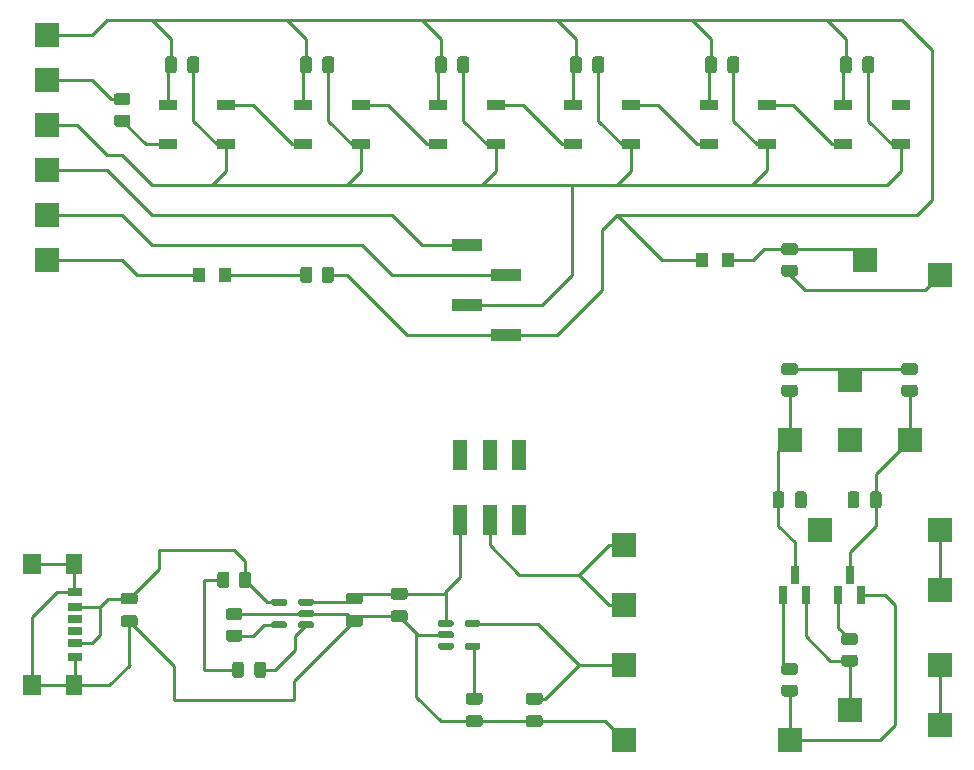
<source format=gtl>
%TF.GenerationSoftware,KiCad,Pcbnew,7.0.9*%
%TF.CreationDate,2023-12-14T15:28:41+01:00*%
%TF.ProjectId,TestPCB_Big,54657374-5043-4425-9f42-69672e6b6963,rev?*%
%TF.SameCoordinates,Original*%
%TF.FileFunction,Copper,L1,Top*%
%TF.FilePolarity,Positive*%
%FSLAX46Y46*%
G04 Gerber Fmt 4.6, Leading zero omitted, Abs format (unit mm)*
G04 Created by KiCad (PCBNEW 7.0.9) date 2023-12-14 15:28:41*
%MOMM*%
%LPD*%
G01*
G04 APERTURE LIST*
%TA.AperFunction,SMDPad,CuDef*%
%ADD10R,1.200000X2.500000*%
%TD*%
%TA.AperFunction,SMDPad,CuDef*%
%ADD11R,1.000000X1.250000*%
%TD*%
%TA.AperFunction,SMDPad,CuDef*%
%ADD12R,0.650000X1.550000*%
%TD*%
%TA.AperFunction,SMDPad,CuDef*%
%ADD13R,1.200000X0.700000*%
%TD*%
%TA.AperFunction,SMDPad,CuDef*%
%ADD14R,1.200000X0.760000*%
%TD*%
%TA.AperFunction,SMDPad,CuDef*%
%ADD15R,1.200000X0.800000*%
%TD*%
%TA.AperFunction,SMDPad,CuDef*%
%ADD16R,1.350000X1.800000*%
%TD*%
%TA.AperFunction,SMDPad,CuDef*%
%ADD17R,1.500000X1.800000*%
%TD*%
%TA.AperFunction,SMDPad,CuDef*%
%ADD18R,2.000000X2.000000*%
%TD*%
%TA.AperFunction,SMDPad,CuDef*%
%ADD19R,1.500000X0.900000*%
%TD*%
%TA.AperFunction,SMDPad,CuDef*%
%ADD20R,2.510000X1.000000*%
%TD*%
%TA.AperFunction,Conductor*%
%ADD21C,0.250000*%
%TD*%
G04 APERTURE END LIST*
D10*
X99100000Y-99480000D03*
X101600000Y-99480000D03*
X104100000Y-99480000D03*
X104100000Y-93980000D03*
X101600000Y-93980000D03*
X99100000Y-93980000D03*
D11*
X119550000Y-77470000D03*
X121750000Y-77470000D03*
D12*
X126460000Y-105840000D03*
X128380000Y-105840000D03*
X127420000Y-104140000D03*
X131120000Y-105840000D03*
X133040000Y-105840000D03*
X132080000Y-104140000D03*
D11*
X79205000Y-78740000D03*
X77005000Y-78740000D03*
D13*
X66515000Y-107870000D03*
D14*
X66515000Y-109890000D03*
D15*
X66515000Y-111120000D03*
D13*
X66515000Y-108870000D03*
D14*
X66515000Y-106850000D03*
D15*
X66515000Y-105620000D03*
D16*
X66440000Y-103245000D03*
X66440000Y-113495000D03*
D17*
X62860000Y-103245000D03*
X62860000Y-113495000D03*
D18*
X139700000Y-78740000D03*
X133350000Y-77470000D03*
%TA.AperFunction,SMDPad,CuDef*%
G36*
G01*
X126550000Y-77870000D02*
X127450000Y-77870000D01*
G75*
G02*
X127700000Y-78120000I0J-250000D01*
G01*
X127700000Y-78645000D01*
G75*
G02*
X127450000Y-78895000I-250000J0D01*
G01*
X126550000Y-78895000D01*
G75*
G02*
X126300000Y-78645000I0J250000D01*
G01*
X126300000Y-78120000D01*
G75*
G02*
X126550000Y-77870000I250000J0D01*
G01*
G37*
%TD.AperFunction*%
%TA.AperFunction,SMDPad,CuDef*%
G36*
G01*
X126550000Y-76045000D02*
X127450000Y-76045000D01*
G75*
G02*
X127700000Y-76295000I0J-250000D01*
G01*
X127700000Y-76820000D01*
G75*
G02*
X127450000Y-77070000I-250000J0D01*
G01*
X126550000Y-77070000D01*
G75*
G02*
X126300000Y-76820000I0J250000D01*
G01*
X126300000Y-76295000D01*
G75*
G02*
X126550000Y-76045000I250000J0D01*
G01*
G37*
%TD.AperFunction*%
X139700000Y-105410000D03*
X64135000Y-69850000D03*
%TA.AperFunction,SMDPad,CuDef*%
G36*
G01*
X89655000Y-105650000D02*
X90605000Y-105650000D01*
G75*
G02*
X90855000Y-105900000I0J-250000D01*
G01*
X90855000Y-106400000D01*
G75*
G02*
X90605000Y-106650000I-250000J0D01*
G01*
X89655000Y-106650000D01*
G75*
G02*
X89405000Y-106400000I0J250000D01*
G01*
X89405000Y-105900000D01*
G75*
G02*
X89655000Y-105650000I250000J0D01*
G01*
G37*
%TD.AperFunction*%
%TA.AperFunction,SMDPad,CuDef*%
G36*
G01*
X89655000Y-107550000D02*
X90605000Y-107550000D01*
G75*
G02*
X90855000Y-107800000I0J-250000D01*
G01*
X90855000Y-108300000D01*
G75*
G02*
X90605000Y-108550000I-250000J0D01*
G01*
X89655000Y-108550000D01*
G75*
G02*
X89405000Y-108300000I0J250000D01*
G01*
X89405000Y-107800000D01*
G75*
G02*
X89655000Y-107550000I250000J0D01*
G01*
G37*
%TD.AperFunction*%
X139700000Y-111760000D03*
%TA.AperFunction,SMDPad,CuDef*%
G36*
G01*
X137610000Y-89055000D02*
X136710000Y-89055000D01*
G75*
G02*
X136460000Y-88805000I0J250000D01*
G01*
X136460000Y-88280000D01*
G75*
G02*
X136710000Y-88030000I250000J0D01*
G01*
X137610000Y-88030000D01*
G75*
G02*
X137860000Y-88280000I0J-250000D01*
G01*
X137860000Y-88805000D01*
G75*
G02*
X137610000Y-89055000I-250000J0D01*
G01*
G37*
%TD.AperFunction*%
%TA.AperFunction,SMDPad,CuDef*%
G36*
G01*
X137610000Y-87230000D02*
X136710000Y-87230000D01*
G75*
G02*
X136460000Y-86980000I0J250000D01*
G01*
X136460000Y-86455000D01*
G75*
G02*
X136710000Y-86205000I250000J0D01*
G01*
X137610000Y-86205000D01*
G75*
G02*
X137860000Y-86455000I0J-250000D01*
G01*
X137860000Y-86980000D01*
G75*
G02*
X137610000Y-87230000I-250000J0D01*
G01*
G37*
%TD.AperFunction*%
D19*
X90715000Y-67690000D03*
X90715000Y-64390000D03*
X85815000Y-64390000D03*
X85815000Y-67690000D03*
%TA.AperFunction,SMDPad,CuDef*%
G36*
G01*
X104895000Y-114120000D02*
X105845000Y-114120000D01*
G75*
G02*
X106095000Y-114370000I0J-250000D01*
G01*
X106095000Y-114870000D01*
G75*
G02*
X105845000Y-115120000I-250000J0D01*
G01*
X104895000Y-115120000D01*
G75*
G02*
X104645000Y-114870000I0J250000D01*
G01*
X104645000Y-114370000D01*
G75*
G02*
X104895000Y-114120000I250000J0D01*
G01*
G37*
%TD.AperFunction*%
%TA.AperFunction,SMDPad,CuDef*%
G36*
G01*
X104895000Y-116020000D02*
X105845000Y-116020000D01*
G75*
G02*
X106095000Y-116270000I0J-250000D01*
G01*
X106095000Y-116770000D01*
G75*
G02*
X105845000Y-117020000I-250000J0D01*
G01*
X104895000Y-117020000D01*
G75*
G02*
X104645000Y-116770000I0J250000D01*
G01*
X104645000Y-116270000D01*
G75*
G02*
X104895000Y-116020000I250000J0D01*
G01*
G37*
%TD.AperFunction*%
%TA.AperFunction,SMDPad,CuDef*%
G36*
G01*
X125550000Y-98265000D02*
X125550000Y-97315000D01*
G75*
G02*
X125800000Y-97065000I250000J0D01*
G01*
X126300000Y-97065000D01*
G75*
G02*
X126550000Y-97315000I0J-250000D01*
G01*
X126550000Y-98265000D01*
G75*
G02*
X126300000Y-98515000I-250000J0D01*
G01*
X125800000Y-98515000D01*
G75*
G02*
X125550000Y-98265000I0J250000D01*
G01*
G37*
%TD.AperFunction*%
%TA.AperFunction,SMDPad,CuDef*%
G36*
G01*
X127450000Y-98265000D02*
X127450000Y-97315000D01*
G75*
G02*
X127700000Y-97065000I250000J0D01*
G01*
X128200000Y-97065000D01*
G75*
G02*
X128450000Y-97315000I0J-250000D01*
G01*
X128450000Y-98265000D01*
G75*
G02*
X128200000Y-98515000I-250000J0D01*
G01*
X127700000Y-98515000D01*
G75*
G02*
X127450000Y-98265000I0J250000D01*
G01*
G37*
%TD.AperFunction*%
%TA.AperFunction,SMDPad,CuDef*%
G36*
G01*
X70605000Y-105650000D02*
X71555000Y-105650000D01*
G75*
G02*
X71805000Y-105900000I0J-250000D01*
G01*
X71805000Y-106400000D01*
G75*
G02*
X71555000Y-106650000I-250000J0D01*
G01*
X70605000Y-106650000D01*
G75*
G02*
X70355000Y-106400000I0J250000D01*
G01*
X70355000Y-105900000D01*
G75*
G02*
X70605000Y-105650000I250000J0D01*
G01*
G37*
%TD.AperFunction*%
%TA.AperFunction,SMDPad,CuDef*%
G36*
G01*
X70605000Y-107550000D02*
X71555000Y-107550000D01*
G75*
G02*
X71805000Y-107800000I0J-250000D01*
G01*
X71805000Y-108300000D01*
G75*
G02*
X71555000Y-108550000I-250000J0D01*
G01*
X70605000Y-108550000D01*
G75*
G02*
X70355000Y-108300000I0J250000D01*
G01*
X70355000Y-107800000D01*
G75*
G02*
X70605000Y-107550000I250000J0D01*
G01*
G37*
%TD.AperFunction*%
%TA.AperFunction,SMDPad,CuDef*%
G36*
G01*
X82665000Y-111723750D02*
X82665000Y-112636250D01*
G75*
G02*
X82421250Y-112880000I-243750J0D01*
G01*
X81933750Y-112880000D01*
G75*
G02*
X81690000Y-112636250I0J243750D01*
G01*
X81690000Y-111723750D01*
G75*
G02*
X81933750Y-111480000I243750J0D01*
G01*
X82421250Y-111480000D01*
G75*
G02*
X82665000Y-111723750I0J-243750D01*
G01*
G37*
%TD.AperFunction*%
%TA.AperFunction,SMDPad,CuDef*%
G36*
G01*
X80790000Y-111723750D02*
X80790000Y-112636250D01*
G75*
G02*
X80546250Y-112880000I-243750J0D01*
G01*
X80058750Y-112880000D01*
G75*
G02*
X79815000Y-112636250I0J243750D01*
G01*
X79815000Y-111723750D01*
G75*
G02*
X80058750Y-111480000I243750J0D01*
G01*
X80546250Y-111480000D01*
G75*
G02*
X80790000Y-111723750I0J-243750D01*
G01*
G37*
%TD.AperFunction*%
X113575000Y-67690000D03*
X113575000Y-64390000D03*
X108675000Y-64390000D03*
X108675000Y-67690000D03*
%TA.AperFunction,SMDPad,CuDef*%
G36*
G01*
X99815000Y-114120000D02*
X100765000Y-114120000D01*
G75*
G02*
X101015000Y-114370000I0J-250000D01*
G01*
X101015000Y-114870000D01*
G75*
G02*
X100765000Y-115120000I-250000J0D01*
G01*
X99815000Y-115120000D01*
G75*
G02*
X99565000Y-114870000I0J250000D01*
G01*
X99565000Y-114370000D01*
G75*
G02*
X99815000Y-114120000I250000J0D01*
G01*
G37*
%TD.AperFunction*%
%TA.AperFunction,SMDPad,CuDef*%
G36*
G01*
X99815000Y-116020000D02*
X100765000Y-116020000D01*
G75*
G02*
X101015000Y-116270000I0J-250000D01*
G01*
X101015000Y-116770000D01*
G75*
G02*
X100765000Y-117020000I-250000J0D01*
G01*
X99815000Y-117020000D01*
G75*
G02*
X99565000Y-116770000I0J250000D01*
G01*
X99565000Y-116270000D01*
G75*
G02*
X99815000Y-116020000I250000J0D01*
G01*
G37*
%TD.AperFunction*%
%TA.AperFunction,SMDPad,CuDef*%
G36*
G01*
X88445000Y-60485000D02*
X88445000Y-61435000D01*
G75*
G02*
X88195000Y-61685000I-250000J0D01*
G01*
X87695000Y-61685000D01*
G75*
G02*
X87445000Y-61435000I0J250000D01*
G01*
X87445000Y-60485000D01*
G75*
G02*
X87695000Y-60235000I250000J0D01*
G01*
X88195000Y-60235000D01*
G75*
G02*
X88445000Y-60485000I0J-250000D01*
G01*
G37*
%TD.AperFunction*%
%TA.AperFunction,SMDPad,CuDef*%
G36*
G01*
X86545000Y-60485000D02*
X86545000Y-61435000D01*
G75*
G02*
X86295000Y-61685000I-250000J0D01*
G01*
X85795000Y-61685000D01*
G75*
G02*
X85545000Y-61435000I0J250000D01*
G01*
X85545000Y-60485000D01*
G75*
G02*
X85795000Y-60235000I250000J0D01*
G01*
X86295000Y-60235000D01*
G75*
G02*
X86545000Y-60485000I0J-250000D01*
G01*
G37*
%TD.AperFunction*%
D18*
X64135000Y-66040000D03*
%TA.AperFunction,SMDPad,CuDef*%
G36*
G01*
X132530000Y-111915000D02*
X131630000Y-111915000D01*
G75*
G02*
X131380000Y-111665000I0J250000D01*
G01*
X131380000Y-111140000D01*
G75*
G02*
X131630000Y-110890000I250000J0D01*
G01*
X132530000Y-110890000D01*
G75*
G02*
X132780000Y-111140000I0J-250000D01*
G01*
X132780000Y-111665000D01*
G75*
G02*
X132530000Y-111915000I-250000J0D01*
G01*
G37*
%TD.AperFunction*%
%TA.AperFunction,SMDPad,CuDef*%
G36*
G01*
X132530000Y-110090000D02*
X131630000Y-110090000D01*
G75*
G02*
X131380000Y-109840000I0J250000D01*
G01*
X131380000Y-109315000D01*
G75*
G02*
X131630000Y-109065000I250000J0D01*
G01*
X132530000Y-109065000D01*
G75*
G02*
X132780000Y-109315000I0J-250000D01*
G01*
X132780000Y-109840000D01*
G75*
G02*
X132530000Y-110090000I-250000J0D01*
G01*
G37*
%TD.AperFunction*%
X64135000Y-77470000D03*
D20*
X99695000Y-76200000D03*
X103005000Y-78740000D03*
X99695000Y-81280000D03*
X103005000Y-83820000D03*
%TA.AperFunction,SMDPad,CuDef*%
G36*
G01*
X80420000Y-109795000D02*
X79520000Y-109795000D01*
G75*
G02*
X79270000Y-109545000I0J250000D01*
G01*
X79270000Y-109020000D01*
G75*
G02*
X79520000Y-108770000I250000J0D01*
G01*
X80420000Y-108770000D01*
G75*
G02*
X80670000Y-109020000I0J-250000D01*
G01*
X80670000Y-109545000D01*
G75*
G02*
X80420000Y-109795000I-250000J0D01*
G01*
G37*
%TD.AperFunction*%
%TA.AperFunction,SMDPad,CuDef*%
G36*
G01*
X80420000Y-107970000D02*
X79520000Y-107970000D01*
G75*
G02*
X79270000Y-107720000I0J250000D01*
G01*
X79270000Y-107195000D01*
G75*
G02*
X79520000Y-106945000I250000J0D01*
G01*
X80420000Y-106945000D01*
G75*
G02*
X80670000Y-107195000I0J-250000D01*
G01*
X80670000Y-107720000D01*
G75*
G02*
X80420000Y-107970000I-250000J0D01*
G01*
G37*
%TD.AperFunction*%
%TA.AperFunction,SMDPad,CuDef*%
G36*
G01*
X70035000Y-63345000D02*
X70935000Y-63345000D01*
G75*
G02*
X71185000Y-63595000I0J-250000D01*
G01*
X71185000Y-64120000D01*
G75*
G02*
X70935000Y-64370000I-250000J0D01*
G01*
X70035000Y-64370000D01*
G75*
G02*
X69785000Y-64120000I0J250000D01*
G01*
X69785000Y-63595000D01*
G75*
G02*
X70035000Y-63345000I250000J0D01*
G01*
G37*
%TD.AperFunction*%
%TA.AperFunction,SMDPad,CuDef*%
G36*
G01*
X70035000Y-65170000D02*
X70935000Y-65170000D01*
G75*
G02*
X71185000Y-65420000I0J-250000D01*
G01*
X71185000Y-65945000D01*
G75*
G02*
X70935000Y-66195000I-250000J0D01*
G01*
X70035000Y-66195000D01*
G75*
G02*
X69785000Y-65945000I0J250000D01*
G01*
X69785000Y-65420000D01*
G75*
G02*
X70035000Y-65170000I250000J0D01*
G01*
G37*
%TD.AperFunction*%
D18*
X64135000Y-62230000D03*
X132080000Y-87630000D03*
%TA.AperFunction,SMDPad,CuDef*%
G36*
G01*
X86717500Y-108220000D02*
X86717500Y-108520000D01*
G75*
G02*
X86567500Y-108670000I-150000J0D01*
G01*
X85542500Y-108670000D01*
G75*
G02*
X85392500Y-108520000I0J150000D01*
G01*
X85392500Y-108220000D01*
G75*
G02*
X85542500Y-108070000I150000J0D01*
G01*
X86567500Y-108070000D01*
G75*
G02*
X86717500Y-108220000I0J-150000D01*
G01*
G37*
%TD.AperFunction*%
%TA.AperFunction,SMDPad,CuDef*%
G36*
G01*
X86717500Y-107270000D02*
X86717500Y-107570000D01*
G75*
G02*
X86567500Y-107720000I-150000J0D01*
G01*
X85542500Y-107720000D01*
G75*
G02*
X85392500Y-107570000I0J150000D01*
G01*
X85392500Y-107270000D01*
G75*
G02*
X85542500Y-107120000I150000J0D01*
G01*
X86567500Y-107120000D01*
G75*
G02*
X86717500Y-107270000I0J-150000D01*
G01*
G37*
%TD.AperFunction*%
%TA.AperFunction,SMDPad,CuDef*%
G36*
G01*
X86717500Y-106320000D02*
X86717500Y-106620000D01*
G75*
G02*
X86567500Y-106770000I-150000J0D01*
G01*
X85542500Y-106770000D01*
G75*
G02*
X85392500Y-106620000I0J150000D01*
G01*
X85392500Y-106320000D01*
G75*
G02*
X85542500Y-106170000I150000J0D01*
G01*
X86567500Y-106170000D01*
G75*
G02*
X86717500Y-106320000I0J-150000D01*
G01*
G37*
%TD.AperFunction*%
%TA.AperFunction,SMDPad,CuDef*%
G36*
G01*
X84442500Y-106320000D02*
X84442500Y-106620000D01*
G75*
G02*
X84292500Y-106770000I-150000J0D01*
G01*
X83267500Y-106770000D01*
G75*
G02*
X83117500Y-106620000I0J150000D01*
G01*
X83117500Y-106320000D01*
G75*
G02*
X83267500Y-106170000I150000J0D01*
G01*
X84292500Y-106170000D01*
G75*
G02*
X84442500Y-106320000I0J-150000D01*
G01*
G37*
%TD.AperFunction*%
%TA.AperFunction,SMDPad,CuDef*%
G36*
G01*
X84442500Y-108220000D02*
X84442500Y-108520000D01*
G75*
G02*
X84292500Y-108670000I-150000J0D01*
G01*
X83267500Y-108670000D01*
G75*
G02*
X83117500Y-108520000I0J150000D01*
G01*
X83117500Y-108220000D01*
G75*
G02*
X83267500Y-108070000I150000J0D01*
G01*
X84292500Y-108070000D01*
G75*
G02*
X84442500Y-108220000I0J-150000D01*
G01*
G37*
%TD.AperFunction*%
%TA.AperFunction,SMDPad,CuDef*%
G36*
G01*
X134800000Y-97315000D02*
X134800000Y-98265000D01*
G75*
G02*
X134550000Y-98515000I-250000J0D01*
G01*
X134050000Y-98515000D01*
G75*
G02*
X133800000Y-98265000I0J250000D01*
G01*
X133800000Y-97315000D01*
G75*
G02*
X134050000Y-97065000I250000J0D01*
G01*
X134550000Y-97065000D01*
G75*
G02*
X134800000Y-97315000I0J-250000D01*
G01*
G37*
%TD.AperFunction*%
%TA.AperFunction,SMDPad,CuDef*%
G36*
G01*
X132900000Y-97315000D02*
X132900000Y-98265000D01*
G75*
G02*
X132650000Y-98515000I-250000J0D01*
G01*
X132150000Y-98515000D01*
G75*
G02*
X131900000Y-98265000I0J250000D01*
G01*
X131900000Y-97315000D01*
G75*
G02*
X132150000Y-97065000I250000J0D01*
G01*
X132650000Y-97065000D01*
G75*
G02*
X132900000Y-97315000I0J-250000D01*
G01*
G37*
%TD.AperFunction*%
X127000000Y-118110000D03*
%TA.AperFunction,SMDPad,CuDef*%
G36*
G01*
X99875000Y-60485000D02*
X99875000Y-61435000D01*
G75*
G02*
X99625000Y-61685000I-250000J0D01*
G01*
X99125000Y-61685000D01*
G75*
G02*
X98875000Y-61435000I0J250000D01*
G01*
X98875000Y-60485000D01*
G75*
G02*
X99125000Y-60235000I250000J0D01*
G01*
X99625000Y-60235000D01*
G75*
G02*
X99875000Y-60485000I0J-250000D01*
G01*
G37*
%TD.AperFunction*%
%TA.AperFunction,SMDPad,CuDef*%
G36*
G01*
X97975000Y-60485000D02*
X97975000Y-61435000D01*
G75*
G02*
X97725000Y-61685000I-250000J0D01*
G01*
X97225000Y-61685000D01*
G75*
G02*
X96975000Y-61435000I0J250000D01*
G01*
X96975000Y-60485000D01*
G75*
G02*
X97225000Y-60235000I250000J0D01*
G01*
X97725000Y-60235000D01*
G75*
G02*
X97975000Y-60485000I0J-250000D01*
G01*
G37*
%TD.AperFunction*%
%TA.AperFunction,SMDPad,CuDef*%
G36*
G01*
X93465000Y-105230000D02*
X94415000Y-105230000D01*
G75*
G02*
X94665000Y-105480000I0J-250000D01*
G01*
X94665000Y-105980000D01*
G75*
G02*
X94415000Y-106230000I-250000J0D01*
G01*
X93465000Y-106230000D01*
G75*
G02*
X93215000Y-105980000I0J250000D01*
G01*
X93215000Y-105480000D01*
G75*
G02*
X93465000Y-105230000I250000J0D01*
G01*
G37*
%TD.AperFunction*%
%TA.AperFunction,SMDPad,CuDef*%
G36*
G01*
X93465000Y-107130000D02*
X94415000Y-107130000D01*
G75*
G02*
X94665000Y-107380000I0J-250000D01*
G01*
X94665000Y-107880000D01*
G75*
G02*
X94415000Y-108130000I-250000J0D01*
G01*
X93465000Y-108130000D01*
G75*
G02*
X93215000Y-107880000I0J250000D01*
G01*
X93215000Y-107380000D01*
G75*
G02*
X93465000Y-107130000I250000J0D01*
G01*
G37*
%TD.AperFunction*%
X112990000Y-118110000D03*
%TA.AperFunction,SMDPad,CuDef*%
G36*
G01*
X127450000Y-89055000D02*
X126550000Y-89055000D01*
G75*
G02*
X126300000Y-88805000I0J250000D01*
G01*
X126300000Y-88280000D01*
G75*
G02*
X126550000Y-88030000I250000J0D01*
G01*
X127450000Y-88030000D01*
G75*
G02*
X127700000Y-88280000I0J-250000D01*
G01*
X127700000Y-88805000D01*
G75*
G02*
X127450000Y-89055000I-250000J0D01*
G01*
G37*
%TD.AperFunction*%
%TA.AperFunction,SMDPad,CuDef*%
G36*
G01*
X127450000Y-87230000D02*
X126550000Y-87230000D01*
G75*
G02*
X126300000Y-86980000I0J250000D01*
G01*
X126300000Y-86455000D01*
G75*
G02*
X126550000Y-86205000I250000J0D01*
G01*
X127450000Y-86205000D01*
G75*
G02*
X127700000Y-86455000I0J-250000D01*
G01*
X127700000Y-86980000D01*
G75*
G02*
X127450000Y-87230000I-250000J0D01*
G01*
G37*
%TD.AperFunction*%
%TA.AperFunction,SMDPad,CuDef*%
G36*
G01*
X88420000Y-78290000D02*
X88420000Y-79190000D01*
G75*
G02*
X88170000Y-79440000I-250000J0D01*
G01*
X87645000Y-79440000D01*
G75*
G02*
X87395000Y-79190000I0J250000D01*
G01*
X87395000Y-78290000D01*
G75*
G02*
X87645000Y-78040000I250000J0D01*
G01*
X88170000Y-78040000D01*
G75*
G02*
X88420000Y-78290000I0J-250000D01*
G01*
G37*
%TD.AperFunction*%
%TA.AperFunction,SMDPad,CuDef*%
G36*
G01*
X86595000Y-78290000D02*
X86595000Y-79190000D01*
G75*
G02*
X86345000Y-79440000I-250000J0D01*
G01*
X85820000Y-79440000D01*
G75*
G02*
X85570000Y-79190000I0J250000D01*
G01*
X85570000Y-78290000D01*
G75*
G02*
X85820000Y-78040000I250000J0D01*
G01*
X86345000Y-78040000D01*
G75*
G02*
X86595000Y-78290000I0J-250000D01*
G01*
G37*
%TD.AperFunction*%
%TA.AperFunction,SMDPad,CuDef*%
G36*
G01*
X127450000Y-114455000D02*
X126550000Y-114455000D01*
G75*
G02*
X126300000Y-114205000I0J250000D01*
G01*
X126300000Y-113680000D01*
G75*
G02*
X126550000Y-113430000I250000J0D01*
G01*
X127450000Y-113430000D01*
G75*
G02*
X127700000Y-113680000I0J-250000D01*
G01*
X127700000Y-114205000D01*
G75*
G02*
X127450000Y-114455000I-250000J0D01*
G01*
G37*
%TD.AperFunction*%
%TA.AperFunction,SMDPad,CuDef*%
G36*
G01*
X127450000Y-112630000D02*
X126550000Y-112630000D01*
G75*
G02*
X126300000Y-112380000I0J250000D01*
G01*
X126300000Y-111855000D01*
G75*
G02*
X126550000Y-111605000I250000J0D01*
G01*
X127450000Y-111605000D01*
G75*
G02*
X127700000Y-111855000I0J-250000D01*
G01*
X127700000Y-112380000D01*
G75*
G02*
X127450000Y-112630000I-250000J0D01*
G01*
G37*
%TD.AperFunction*%
X139700000Y-100330000D03*
%TA.AperFunction,SMDPad,CuDef*%
G36*
G01*
X97220000Y-108420000D02*
X97220000Y-108120000D01*
G75*
G02*
X97370000Y-107970000I150000J0D01*
G01*
X98395000Y-107970000D01*
G75*
G02*
X98545000Y-108120000I0J-150000D01*
G01*
X98545000Y-108420000D01*
G75*
G02*
X98395000Y-108570000I-150000J0D01*
G01*
X97370000Y-108570000D01*
G75*
G02*
X97220000Y-108420000I0J150000D01*
G01*
G37*
%TD.AperFunction*%
%TA.AperFunction,SMDPad,CuDef*%
G36*
G01*
X97220000Y-109370000D02*
X97220000Y-109070000D01*
G75*
G02*
X97370000Y-108920000I150000J0D01*
G01*
X98395000Y-108920000D01*
G75*
G02*
X98545000Y-109070000I0J-150000D01*
G01*
X98545000Y-109370000D01*
G75*
G02*
X98395000Y-109520000I-150000J0D01*
G01*
X97370000Y-109520000D01*
G75*
G02*
X97220000Y-109370000I0J150000D01*
G01*
G37*
%TD.AperFunction*%
%TA.AperFunction,SMDPad,CuDef*%
G36*
G01*
X97220000Y-110320000D02*
X97220000Y-110020000D01*
G75*
G02*
X97370000Y-109870000I150000J0D01*
G01*
X98395000Y-109870000D01*
G75*
G02*
X98545000Y-110020000I0J-150000D01*
G01*
X98545000Y-110320000D01*
G75*
G02*
X98395000Y-110470000I-150000J0D01*
G01*
X97370000Y-110470000D01*
G75*
G02*
X97220000Y-110320000I0J150000D01*
G01*
G37*
%TD.AperFunction*%
%TA.AperFunction,SMDPad,CuDef*%
G36*
G01*
X99495000Y-110320000D02*
X99495000Y-110020000D01*
G75*
G02*
X99645000Y-109870000I150000J0D01*
G01*
X100670000Y-109870000D01*
G75*
G02*
X100820000Y-110020000I0J-150000D01*
G01*
X100820000Y-110320000D01*
G75*
G02*
X100670000Y-110470000I-150000J0D01*
G01*
X99645000Y-110470000D01*
G75*
G02*
X99495000Y-110320000I0J150000D01*
G01*
G37*
%TD.AperFunction*%
%TA.AperFunction,SMDPad,CuDef*%
G36*
G01*
X99495000Y-108420000D02*
X99495000Y-108120000D01*
G75*
G02*
X99645000Y-107970000I150000J0D01*
G01*
X100670000Y-107970000D01*
G75*
G02*
X100820000Y-108120000I0J-150000D01*
G01*
X100820000Y-108420000D01*
G75*
G02*
X100670000Y-108570000I-150000J0D01*
G01*
X99645000Y-108570000D01*
G75*
G02*
X99495000Y-108420000I0J150000D01*
G01*
G37*
%TD.AperFunction*%
D19*
X125095000Y-67690000D03*
X125095000Y-64390000D03*
X120195000Y-64390000D03*
X120195000Y-67690000D03*
D18*
X127000000Y-92710000D03*
D19*
X136435000Y-67690000D03*
X136435000Y-64390000D03*
X131535000Y-64390000D03*
X131535000Y-67690000D03*
D18*
X132080000Y-92710000D03*
X129540000Y-100330000D03*
%TA.AperFunction,SMDPad,CuDef*%
G36*
G01*
X111305000Y-60485000D02*
X111305000Y-61435000D01*
G75*
G02*
X111055000Y-61685000I-250000J0D01*
G01*
X110555000Y-61685000D01*
G75*
G02*
X110305000Y-61435000I0J250000D01*
G01*
X110305000Y-60485000D01*
G75*
G02*
X110555000Y-60235000I250000J0D01*
G01*
X111055000Y-60235000D01*
G75*
G02*
X111305000Y-60485000I0J-250000D01*
G01*
G37*
%TD.AperFunction*%
%TA.AperFunction,SMDPad,CuDef*%
G36*
G01*
X109405000Y-60485000D02*
X109405000Y-61435000D01*
G75*
G02*
X109155000Y-61685000I-250000J0D01*
G01*
X108655000Y-61685000D01*
G75*
G02*
X108405000Y-61435000I0J250000D01*
G01*
X108405000Y-60485000D01*
G75*
G02*
X108655000Y-60235000I250000J0D01*
G01*
X109155000Y-60235000D01*
G75*
G02*
X109405000Y-60485000I0J-250000D01*
G01*
G37*
%TD.AperFunction*%
D19*
X102145000Y-67690000D03*
X102145000Y-64390000D03*
X97245000Y-64390000D03*
X97245000Y-67690000D03*
D18*
X132080000Y-115570000D03*
X112990000Y-106680000D03*
X112990000Y-101600000D03*
X139700000Y-116840000D03*
%TA.AperFunction,SMDPad,CuDef*%
G36*
G01*
X122735000Y-60485000D02*
X122735000Y-61435000D01*
G75*
G02*
X122485000Y-61685000I-250000J0D01*
G01*
X121985000Y-61685000D01*
G75*
G02*
X121735000Y-61435000I0J250000D01*
G01*
X121735000Y-60485000D01*
G75*
G02*
X121985000Y-60235000I250000J0D01*
G01*
X122485000Y-60235000D01*
G75*
G02*
X122735000Y-60485000I0J-250000D01*
G01*
G37*
%TD.AperFunction*%
%TA.AperFunction,SMDPad,CuDef*%
G36*
G01*
X120835000Y-60485000D02*
X120835000Y-61435000D01*
G75*
G02*
X120585000Y-61685000I-250000J0D01*
G01*
X120085000Y-61685000D01*
G75*
G02*
X119835000Y-61435000I0J250000D01*
G01*
X119835000Y-60485000D01*
G75*
G02*
X120085000Y-60235000I250000J0D01*
G01*
X120585000Y-60235000D01*
G75*
G02*
X120835000Y-60485000I0J-250000D01*
G01*
G37*
%TD.AperFunction*%
%TA.AperFunction,SMDPad,CuDef*%
G36*
G01*
X81395000Y-104110000D02*
X81395000Y-105010000D01*
G75*
G02*
X81145000Y-105260000I-250000J0D01*
G01*
X80620000Y-105260000D01*
G75*
G02*
X80370000Y-105010000I0J250000D01*
G01*
X80370000Y-104110000D01*
G75*
G02*
X80620000Y-103860000I250000J0D01*
G01*
X81145000Y-103860000D01*
G75*
G02*
X81395000Y-104110000I0J-250000D01*
G01*
G37*
%TD.AperFunction*%
%TA.AperFunction,SMDPad,CuDef*%
G36*
G01*
X79570000Y-104110000D02*
X79570000Y-105010000D01*
G75*
G02*
X79320000Y-105260000I-250000J0D01*
G01*
X78795000Y-105260000D01*
G75*
G02*
X78545000Y-105010000I0J250000D01*
G01*
X78545000Y-104110000D01*
G75*
G02*
X78795000Y-103860000I250000J0D01*
G01*
X79320000Y-103860000D01*
G75*
G02*
X79570000Y-104110000I0J-250000D01*
G01*
G37*
%TD.AperFunction*%
D19*
X79285000Y-67690000D03*
X79285000Y-64390000D03*
X74385000Y-64390000D03*
X74385000Y-67690000D03*
D18*
X64135000Y-73660000D03*
X64135000Y-58420000D03*
X137160000Y-92710000D03*
%TA.AperFunction,SMDPad,CuDef*%
G36*
G01*
X134165000Y-60485000D02*
X134165000Y-61435000D01*
G75*
G02*
X133915000Y-61685000I-250000J0D01*
G01*
X133415000Y-61685000D01*
G75*
G02*
X133165000Y-61435000I0J250000D01*
G01*
X133165000Y-60485000D01*
G75*
G02*
X133415000Y-60235000I250000J0D01*
G01*
X133915000Y-60235000D01*
G75*
G02*
X134165000Y-60485000I0J-250000D01*
G01*
G37*
%TD.AperFunction*%
%TA.AperFunction,SMDPad,CuDef*%
G36*
G01*
X132265000Y-60485000D02*
X132265000Y-61435000D01*
G75*
G02*
X132015000Y-61685000I-250000J0D01*
G01*
X131515000Y-61685000D01*
G75*
G02*
X131265000Y-61435000I0J250000D01*
G01*
X131265000Y-60485000D01*
G75*
G02*
X131515000Y-60235000I250000J0D01*
G01*
X132015000Y-60235000D01*
G75*
G02*
X132265000Y-60485000I0J-250000D01*
G01*
G37*
%TD.AperFunction*%
X112990000Y-111760000D03*
%TA.AperFunction,SMDPad,CuDef*%
G36*
G01*
X77015000Y-60485000D02*
X77015000Y-61435000D01*
G75*
G02*
X76765000Y-61685000I-250000J0D01*
G01*
X76265000Y-61685000D01*
G75*
G02*
X76015000Y-61435000I0J250000D01*
G01*
X76015000Y-60485000D01*
G75*
G02*
X76265000Y-60235000I250000J0D01*
G01*
X76765000Y-60235000D01*
G75*
G02*
X77015000Y-60485000I0J-250000D01*
G01*
G37*
%TD.AperFunction*%
%TA.AperFunction,SMDPad,CuDef*%
G36*
G01*
X75115000Y-60485000D02*
X75115000Y-61435000D01*
G75*
G02*
X74865000Y-61685000I-250000J0D01*
G01*
X74365000Y-61685000D01*
G75*
G02*
X74115000Y-61435000I0J250000D01*
G01*
X74115000Y-60485000D01*
G75*
G02*
X74365000Y-60235000I250000J0D01*
G01*
X74865000Y-60235000D01*
G75*
G02*
X75115000Y-60485000I0J-250000D01*
G01*
G37*
%TD.AperFunction*%
D21*
X123905000Y-77470000D02*
X124817500Y-76557500D01*
X121750000Y-77470000D02*
X123905000Y-77470000D01*
X124817500Y-76557500D02*
X127000000Y-76557500D01*
X128270000Y-80010000D02*
X127000000Y-78740000D01*
X127000000Y-78740000D02*
X127000000Y-78382500D01*
X138430000Y-80010000D02*
X128270000Y-80010000D01*
X139700000Y-78740000D02*
X138430000Y-80010000D01*
X132437500Y-76557500D02*
X133350000Y-77470000D01*
X127000000Y-76557500D02*
X132437500Y-76557500D01*
X116205000Y-77470000D02*
X112395000Y-73660000D01*
X119550000Y-77470000D02*
X116205000Y-77470000D01*
X122235000Y-65720000D02*
X122235000Y-60960000D01*
X136435000Y-67690000D02*
X136435000Y-69940000D01*
X89535000Y-71120000D02*
X78105000Y-71120000D01*
X136435000Y-69940000D02*
X135255000Y-71120000D01*
X101345000Y-67690000D02*
X99375000Y-65720000D01*
X100965000Y-71120000D02*
X108585000Y-71120000D01*
X99695000Y-81280000D02*
X106045000Y-81280000D01*
X106045000Y-81280000D02*
X108585000Y-78740000D01*
X73025000Y-71120000D02*
X70485000Y-68580000D01*
X112775000Y-67690000D02*
X110805000Y-65720000D01*
X108585000Y-71120000D02*
X112395000Y-71120000D01*
X90715000Y-67690000D02*
X89915000Y-67690000D01*
X89915000Y-67690000D02*
X87945000Y-65720000D01*
X70485000Y-68580000D02*
X69215000Y-68580000D01*
X90715000Y-69940000D02*
X89535000Y-71120000D01*
X113575000Y-67690000D02*
X113575000Y-69940000D01*
X102145000Y-67690000D02*
X102145000Y-69940000D01*
X125095000Y-67690000D02*
X124205000Y-67690000D01*
X89535000Y-71120000D02*
X100965000Y-71120000D01*
X79285000Y-67690000D02*
X79285000Y-69940000D01*
X125095000Y-69850000D02*
X123825000Y-71120000D01*
X110805000Y-65720000D02*
X110805000Y-60960000D01*
X136435000Y-67690000D02*
X135635000Y-67690000D01*
X78485000Y-67690000D02*
X79285000Y-67690000D01*
X99375000Y-65720000D02*
X99375000Y-60960000D01*
X124205000Y-67690000D02*
X122235000Y-65720000D01*
X113575000Y-67690000D02*
X112775000Y-67690000D01*
X112395000Y-71120000D02*
X123825000Y-71120000D01*
X90715000Y-67690000D02*
X90715000Y-69940000D01*
X133665000Y-65720000D02*
X133665000Y-60960000D01*
X66675000Y-66040000D02*
X64135000Y-66040000D01*
X69215000Y-68580000D02*
X66675000Y-66040000D01*
X135255000Y-71120000D02*
X123825000Y-71120000D01*
X113575000Y-69940000D02*
X112395000Y-71120000D01*
X108585000Y-78740000D02*
X108585000Y-71120000D01*
X76515000Y-60960000D02*
X76515000Y-65720000D01*
X87945000Y-65720000D02*
X87945000Y-60960000D01*
X135635000Y-67690000D02*
X133665000Y-65720000D01*
X102145000Y-69940000D02*
X100965000Y-71120000D01*
X78105000Y-71120000D02*
X73025000Y-71120000D01*
X76515000Y-65720000D02*
X78485000Y-67690000D01*
X79285000Y-69940000D02*
X78105000Y-71120000D01*
X125095000Y-67690000D02*
X125095000Y-69850000D01*
X102145000Y-67690000D02*
X101345000Y-67690000D01*
X97245000Y-64390000D02*
X97245000Y-61190000D01*
X64135000Y-58420000D02*
X67945000Y-58420000D01*
X108675000Y-64390000D02*
X108675000Y-61190000D01*
X111125000Y-74930000D02*
X111125000Y-80010000D01*
X120195000Y-64390000D02*
X120195000Y-61100000D01*
X111125000Y-80010000D02*
X107315000Y-83820000D01*
X131765000Y-60960000D02*
X131765000Y-58740000D01*
X97475000Y-58740000D02*
X95885000Y-57150000D01*
X74385000Y-61190000D02*
X74615000Y-60960000D01*
X107315000Y-57150000D02*
X118745000Y-57150000D01*
X85815000Y-64390000D02*
X85815000Y-61190000D01*
X85815000Y-61190000D02*
X86045000Y-60960000D01*
X131765000Y-58740000D02*
X130175000Y-57150000D01*
X84455000Y-57150000D02*
X95885000Y-57150000D01*
X69215000Y-57150000D02*
X73025000Y-57150000D01*
X89535000Y-78740000D02*
X94615000Y-83820000D01*
X112395000Y-73660000D02*
X111125000Y-74930000D01*
X136525000Y-57150000D02*
X139065000Y-59690000D01*
X97475000Y-60960000D02*
X97475000Y-58740000D01*
X74615000Y-58740000D02*
X73025000Y-57150000D01*
X108905000Y-58740000D02*
X107315000Y-57150000D01*
X108905000Y-60960000D02*
X108905000Y-58740000D01*
X86045000Y-58740000D02*
X84455000Y-57150000D01*
X73025000Y-57150000D02*
X84455000Y-57150000D01*
X137795000Y-73660000D02*
X112395000Y-73660000D01*
X67945000Y-58420000D02*
X69215000Y-57150000D01*
X120335000Y-58740000D02*
X118745000Y-57150000D01*
X131535000Y-64390000D02*
X131535000Y-61190000D01*
X131535000Y-61190000D02*
X131765000Y-60960000D01*
X120195000Y-61100000D02*
X120335000Y-60960000D01*
X86045000Y-60960000D02*
X86045000Y-58740000D01*
X139065000Y-72390000D02*
X137795000Y-73660000D01*
X130175000Y-57150000D02*
X136525000Y-57150000D01*
X95885000Y-57150000D02*
X107315000Y-57150000D01*
X118745000Y-57150000D02*
X130175000Y-57150000D01*
X74385000Y-64390000D02*
X74385000Y-61190000D01*
X94615000Y-83820000D02*
X103005000Y-83820000D01*
X139065000Y-59690000D02*
X139065000Y-72390000D01*
X120335000Y-60960000D02*
X120335000Y-58740000D01*
X108675000Y-61190000D02*
X108905000Y-60960000D01*
X97245000Y-61190000D02*
X97475000Y-60960000D01*
X107315000Y-83820000D02*
X103005000Y-83820000D01*
X74615000Y-60960000D02*
X74615000Y-58740000D01*
X87907500Y-78740000D02*
X89535000Y-78740000D01*
X81535000Y-64390000D02*
X84835000Y-67690000D01*
X84835000Y-67690000D02*
X85815000Y-67690000D01*
X79285000Y-64390000D02*
X81535000Y-64390000D01*
X72492500Y-67690000D02*
X70485000Y-65682500D01*
X74385000Y-67690000D02*
X72492500Y-67690000D01*
X90715000Y-64390000D02*
X92965000Y-64390000D01*
X96265000Y-67690000D02*
X97245000Y-67690000D01*
X92965000Y-64390000D02*
X96265000Y-67690000D01*
X104395000Y-64390000D02*
X107695000Y-67690000D01*
X107695000Y-67690000D02*
X108675000Y-67690000D01*
X102145000Y-64390000D02*
X104395000Y-64390000D01*
X115825000Y-64390000D02*
X119125000Y-67690000D01*
X113575000Y-64390000D02*
X115825000Y-64390000D01*
X119125000Y-67690000D02*
X120195000Y-67690000D01*
X130555000Y-67690000D02*
X131535000Y-67690000D01*
X125095000Y-64390000D02*
X127255000Y-64390000D01*
X127255000Y-64390000D02*
X130555000Y-67690000D01*
X67945000Y-62230000D02*
X69572500Y-63857500D01*
X69572500Y-63857500D02*
X70485000Y-63857500D01*
X64135000Y-62230000D02*
X67945000Y-62230000D01*
X79205000Y-78740000D02*
X86082500Y-78740000D01*
X99695000Y-76200000D02*
X95885000Y-76200000D01*
X73025000Y-73660000D02*
X69215000Y-69850000D01*
X69215000Y-69850000D02*
X64135000Y-69850000D01*
X93345000Y-73660000D02*
X73025000Y-73660000D01*
X95885000Y-76200000D02*
X93345000Y-73660000D01*
X73025000Y-76200000D02*
X70485000Y-73660000D01*
X103005000Y-78740000D02*
X93345000Y-78740000D01*
X93345000Y-78740000D02*
X90805000Y-76200000D01*
X70485000Y-73660000D02*
X64135000Y-73660000D01*
X90805000Y-76200000D02*
X73025000Y-76200000D01*
X70485000Y-77470000D02*
X71755000Y-78740000D01*
X64135000Y-77470000D02*
X70485000Y-77470000D01*
X71755000Y-78740000D02*
X77005000Y-78740000D01*
X73620000Y-103610000D02*
X71080000Y-106150000D01*
X69310000Y-106150000D02*
X71080000Y-106150000D01*
X83780000Y-106470000D02*
X82792500Y-106470000D01*
X66515000Y-109890000D02*
X67970000Y-109890000D01*
X66515000Y-106850000D02*
X68610000Y-106850000D01*
X73620000Y-102020000D02*
X73620000Y-103610000D01*
X68610000Y-106850000D02*
X69310000Y-106150000D01*
X79970000Y-102020000D02*
X73620000Y-102020000D01*
X80882500Y-104560000D02*
X80882500Y-102932500D01*
X67970000Y-109890000D02*
X68610000Y-109250000D01*
X82792500Y-106470000D02*
X80882500Y-104560000D01*
X80882500Y-102932500D02*
X79970000Y-102020000D01*
X68610000Y-109250000D02*
X68610000Y-106850000D01*
X100290000Y-116520000D02*
X97470000Y-116520000D01*
X66440000Y-105545000D02*
X66515000Y-105620000D01*
X95390000Y-109080000D02*
X95390000Y-114440000D01*
X89500000Y-107420000D02*
X90130000Y-108050000D01*
X90130000Y-108050000D02*
X85050000Y-113130000D01*
X71080000Y-111720000D02*
X71080000Y-108050000D01*
X62860000Y-113495000D02*
X66440000Y-113495000D01*
X66440000Y-103245000D02*
X66440000Y-105545000D01*
X74890000Y-111860000D02*
X71080000Y-108050000D01*
X95390000Y-114440000D02*
X97470000Y-116520000D01*
X62860000Y-107700000D02*
X62860000Y-113495000D01*
X95390000Y-109080000D02*
X95530000Y-109220000D01*
X93940000Y-107630000D02*
X95390000Y-109080000D01*
X105370000Y-116520000D02*
X111400000Y-116520000D01*
X74890000Y-114720000D02*
X74890000Y-111860000D01*
X80007500Y-107420000D02*
X79970000Y-107457500D01*
X95530000Y-109220000D02*
X97882500Y-109220000D01*
X86055000Y-107420000D02*
X80007500Y-107420000D01*
X85050000Y-114720000D02*
X74890000Y-114720000D01*
X93940000Y-107630000D02*
X90550000Y-107630000D01*
X86055000Y-107420000D02*
X89500000Y-107420000D01*
X66515000Y-111120000D02*
X66515000Y-113420000D01*
X85050000Y-113130000D02*
X85050000Y-114720000D01*
X64940000Y-105620000D02*
X62860000Y-107700000D01*
X69385000Y-113495000D02*
X71120000Y-111760000D01*
X71120000Y-111760000D02*
X71080000Y-111720000D01*
X90550000Y-107630000D02*
X90130000Y-108050000D01*
X111400000Y-116520000D02*
X112990000Y-118110000D01*
X66515000Y-113420000D02*
X66440000Y-113495000D01*
X66440000Y-113495000D02*
X69385000Y-113495000D01*
X66515000Y-105620000D02*
X64940000Y-105620000D01*
X62860000Y-103245000D02*
X66440000Y-103245000D01*
X100290000Y-116520000D02*
X105370000Y-116520000D01*
X99100000Y-104325000D02*
X99100000Y-99480000D01*
X93940000Y-105730000D02*
X97695000Y-105730000D01*
X90550000Y-105730000D02*
X90130000Y-106150000D01*
X93940000Y-105730000D02*
X90550000Y-105730000D01*
X89810000Y-106470000D02*
X90130000Y-106150000D01*
X86055000Y-106470000D02*
X89810000Y-106470000D01*
X97882500Y-105542500D02*
X99100000Y-104325000D01*
X97695000Y-105730000D02*
X97882500Y-105542500D01*
X97882500Y-108270000D02*
X97882500Y-105542500D01*
X100290000Y-114620000D02*
X100290000Y-110302500D01*
X100290000Y-110302500D02*
X100157500Y-110170000D01*
X105370000Y-114620000D02*
X106320000Y-114620000D01*
X109180000Y-111760000D02*
X105690000Y-108270000D01*
X105690000Y-108270000D02*
X100157500Y-108270000D01*
X112990000Y-111760000D02*
X109180000Y-111760000D01*
X106320000Y-114620000D02*
X109180000Y-111760000D01*
X126050000Y-93660000D02*
X127000000Y-92710000D01*
X127000000Y-92710000D02*
X127000000Y-88542500D01*
X127420000Y-101380000D02*
X126050000Y-100010000D01*
X126050000Y-97790000D02*
X126050000Y-100010000D01*
X127420000Y-104140000D02*
X127420000Y-101380000D01*
X126050000Y-97790000D02*
X126050000Y-93660000D01*
X134300000Y-100010000D02*
X132080000Y-102230000D01*
X132080000Y-102230000D02*
X132080000Y-104140000D01*
X137160000Y-92710000D02*
X137160000Y-88542500D01*
X134300000Y-97790000D02*
X134300000Y-95570000D01*
X134300000Y-95570000D02*
X137160000Y-92710000D01*
X134300000Y-97790000D02*
X134300000Y-100010000D01*
X85090000Y-109335000D02*
X85090000Y-110490000D01*
X83400000Y-112180000D02*
X82177500Y-112180000D01*
X85090000Y-110490000D02*
X83400000Y-112180000D01*
X86055000Y-108370000D02*
X85090000Y-109335000D01*
X77430000Y-104560000D02*
X79057500Y-104560000D01*
X80302500Y-112180000D02*
X77430000Y-112180000D01*
X77430000Y-112180000D02*
X77430000Y-104560000D01*
X131120000Y-108617500D02*
X132080000Y-109577500D01*
X131120000Y-105840000D02*
X131120000Y-108617500D01*
X127000000Y-118110000D02*
X134620000Y-118110000D01*
X133040000Y-105840000D02*
X135050000Y-105840000D01*
X135890000Y-106680000D02*
X135890000Y-116840000D01*
X127000000Y-118110000D02*
X127000000Y-113942500D01*
X135050000Y-105840000D02*
X135890000Y-106680000D01*
X135890000Y-116840000D02*
X134620000Y-118110000D01*
X126460000Y-111577500D02*
X127000000Y-112117500D01*
X126460000Y-105840000D02*
X126460000Y-111577500D01*
X128380000Y-109330000D02*
X130452500Y-111402500D01*
X132080000Y-115570000D02*
X132080000Y-111402500D01*
X130452500Y-111402500D02*
X132080000Y-111402500D01*
X128380000Y-105840000D02*
X128380000Y-109330000D01*
X82510000Y-108370000D02*
X81597500Y-109282500D01*
X83780000Y-108370000D02*
X82510000Y-108370000D01*
X81597500Y-109282500D02*
X79970000Y-109282500D01*
X132992500Y-86717500D02*
X132080000Y-87630000D01*
X131167500Y-86717500D02*
X132080000Y-87630000D01*
X137160000Y-86717500D02*
X132992500Y-86717500D01*
X127000000Y-86717500D02*
X131167500Y-86717500D01*
X109180000Y-104140000D02*
X111720000Y-101600000D01*
X111720000Y-106680000D02*
X109180000Y-104140000D01*
X104100000Y-104140000D02*
X109180000Y-104140000D01*
X101600000Y-99480000D02*
X101600000Y-101640000D01*
X111720000Y-101600000D02*
X112990000Y-101600000D01*
X101600000Y-101640000D02*
X104100000Y-104140000D01*
X112990000Y-106680000D02*
X111720000Y-106680000D01*
X139700000Y-105410000D02*
X139700000Y-100330000D01*
X139700000Y-116840000D02*
X139700000Y-111760000D01*
M02*

</source>
